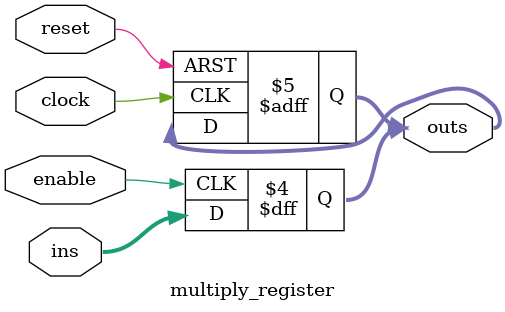
<source format=v>
module multiply_register(clock, reset, enable, ins, outs);
	input clock, reset, enable;
    input [3:0] ins;
    output [3:0] outs;
	reg [3:0] outs;
	
	always @ (posedge clock or negedge reset) begin
		if (~reset)
			outs <= 4'b0000;
	end
	
	always @ (posedge enable) begin
		if (enable) begin
			outs = ins;
		end
	end
	
	
endmodule

</source>
